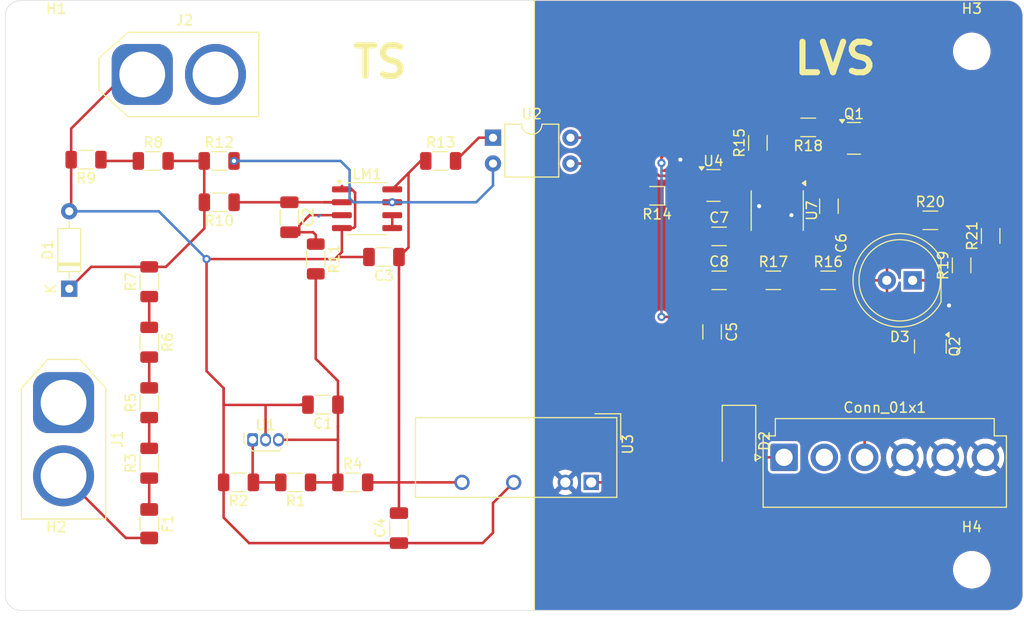
<source format=kicad_pcb>
(kicad_pcb (version 20240108) (generator "pcbnew") (generator_version "8.0")
  (layers (0 "F.Cu" signal) (31 "B.Cu" signal) (34 "B.Paste" user) (35 "F.Paste" user) (36 "B.SilkS" user "B.Silkscreen") (37 "F.SilkS" user "F.Silkscreen") (38 "B.Mask" user) (39 "F.Mask" user) (44 "Edge.Cuts" user))
  (net 0 "")
  (net 1 "/RED+")
  (net 2 "GLV-")
  (net 4 "GLV+")
  (net 5 "GND")
  (net 6 "/Vin")
  (net 7 "VCC")
  (net 9 "Net-(J1-Pin_2)")
  (net 11 "+12V")
  (net 12 "Net-(U7-DIS)")
  (net 13 "Net-(U4-D)")
  (net 14 "Net-(U7-CV)")
  (net 15 "Net-(U7-THR)")
  (net 16 "/Vref")
  (net 17 "Net-(LM1-+)")
  (net 18 "Net-(LM1--)")
  (net 19 "Net-(F1-Pad1)")
  (net 20 "Net-(LM1-Pad7)")
  (net 21 "Net-(LM1-BAL)")
  (net 22 "Net-(U1-REF)")
  (net 23 "Net-(R3-Pad2)")
  (net 24 "Net-(R5-Pad2)")
  (net 25 "Net-(R6-Pad1)")
  (net 26 "Net-(R8-Pad1)")
  (net 27 "Net-(R13-Pad2)")
  (net 28 "Net-(U4-G)")
  (net 29 "Net-(D3-K)")
  (net 30 "Net-(Q1-C)")
  (net 31 "Net-(Q1-B)")
  (net 32 "Net-(U7-Q)")
  (footprint "Connector_AMASS:AMASS_XT60-M_1x02_P7.20mm_Vertical" (layer "F.Cu") (at 88.4564 57.277)
    (property "Reference" "J2" (at 4.152 -5.334 180) (layer "F.SilkS"))
    (property "Value" "Conn_01x02_Pin")
    (pad "1" thru_hole roundrect (at 0 0) (size 6 6) (drill 4.5) (layers "*.Cu" "*.Mask") (net 5 "GND"))
    (pad "2" thru_hole circle (at 7.2 0) (size 6 6) (drill 4.5) (layers "*.Cu" "*.Mask"))
  )
  (footprint "Resistor_SMD:R_1206_3216Metric" (layer "F.Cu") (at 96.012 65.786)
    (property "Reference" "R12" (at 0 -1.82 0) (layer "F.SilkS"))
    (property "Value" "1M")
    (pad "1" smd roundrect (at -1.4625 0) (size 1.125 1.75) (layers "F.Cu" "F.Paste" "F.Mask") (roundrect_rratio 0.222222) (net 6 "/Vin"))
    (pad "2" smd roundrect (at 1.4625 0) (size 1.125 1.75) (layers "F.Cu" "F.Paste" "F.Mask") (roundrect_rratio 0.222222) (net 20 "Net-(LM1-Pad7)"))
  )
  (footprint "MountingHole:MountingHole_3.2mm_M3" (layer "F.Cu") (at 170 106)
    (property "Reference" "H4" (at 0 -4.2 0) (layer "F.SilkS"))
    (property "Value" "MountingHole")
    (pad "" np_thru_hole circle (at 0 0) (size 3.2 3.2) (drill 3.2) (layers "*.Cu" "*.Mask"))
  )
  (footprint "Package_SO:SOIC-8_3.9x4.9mm_P1.27mm" (layer "F.Cu") (at 150.876 70.674 -90)
    (property "Reference" "U7" (at 0 -3.4 -90) (layer "F.SilkS"))
    (property "Value" "NE555")
    (pad "1" smd roundrect (at -2.475 -1.905 270) (size 1.95 0.6) (layers "F.Cu" "F.Paste" "F.Mask") (net 2 "GLV-"))
    (pad "2" smd roundrect (at -2.475 -0.635 270) (size 1.95 0.6) (layers "F.Cu" "F.Paste" "F.Mask") (net 15 "Net-(U7-THR)"))
    (pad "3" smd roundrect (at -2.475 0.635 270) (size 1.95 0.6) (layers "F.Cu" "F.Paste" "F.Mask") (net 32 "Net-(U7-Q)"))
    (pad "4" smd roundrect (at -2.475 1.905 270) (size 1.95 0.6) (layers "F.Cu" "F.Paste" "F.Mask") (net 13 "Net-(U4-D)"))
    (pad "5" smd roundrect (at 2.475 1.905 270) (size 1.95 0.6) (layers "F.Cu" "F.Paste" "F.Mask") (net 14 "Net-(U7-CV)"))
    (pad "6" smd roundrect (at 2.475 0.635 270) (size 1.95 0.6) (layers "F.Cu" "F.Paste" "F.Mask") (net 15 "Net-(U7-THR)"))
    (pad "7" smd roundrect (at 2.475 -0.635 270) (size 1.95 0.6) (layers "F.Cu" "F.Paste" "F.Mask") (net 12 "Net-(U7-DIS)"))
    (pad "8" smd roundrect (at 2.475 -1.905 270) (size 1.95 0.6) (layers "F.Cu" "F.Paste" "F.Mask") (net 7 "VCC"))
  )
  (footprint "MountingHole:MountingHole_3.2mm_M3" (layer "F.Cu") (at 170 55)
    (property "Reference" "H3" (at 0 -4.2 0) (layer "F.SilkS"))
    (property "Value" "MountingHole")
    (pad "" np_thru_hole circle (at 0 0) (size 3.2 3.2) (drill 3.2) (layers "*.Cu" "*.Mask"))
  )
  (footprint "Resistor_SMD:R_1206_3216Metric" (layer "F.Cu") (at 109.1509 97.409)
    (property "Reference" "R4" (at 0 -1.82 0) (layer "F.SilkS"))
    (property "Value" "2k2")
    (pad "1" smd roundrect (at -1.4625 0) (size 1.125 1.75) (layers "F.Cu" "F.Paste" "F.Mask") (roundrect_rratio 0.222222) (net 16 "/Vref"))
    (pad "2" smd roundrect (at 1.4625 0) (size 1.125 1.75) (layers "F.Cu" "F.Paste" "F.Mask") (roundrect_rratio 0.222222) (net 11 "+12V"))
  )
  (footprint "Resistor_SMD:R_1206_3216Metric" (layer "F.Cu") (at 82.931 65.659 180)
    (property "Reference" "R9" (at 0 -1.82 0) (layer "F.SilkS"))
    (property "Value" "1k")
    (pad "1" smd roundrect (at -1.4625 0 180) (size 1.125 1.75) (layers "F.Cu" "F.Paste" "F.Mask") (roundrect_rratio 0.222222) (net 26 "Net-(R8-Pad1)"))
    (pad "2" smd roundrect (at 1.4625 0 180) (size 1.125 1.75) (layers "F.Cu" "F.Paste" "F.Mask") (roundrect_rratio 0.222222) (net 5 "GND"))
  )
  (footprint "Resistor_SMD:R_1206_3216Metric" (layer "F.Cu") (at 89.1393 95.523686 90)
    (property "Reference" "R3" (at 0 -1.82 90) (layer "F.SilkS"))
    (property "Value" "249k")
    (pad "1" smd roundrect (at -1.4625 0 90) (size 1.125 1.75) (layers "F.Cu" "F.Paste" "F.Mask") (roundrect_rratio 0.222222) (net 19 "Net-(F1-Pad1)"))
    (pad "2" smd roundrect (at 1.4625 0 90) (size 1.125 1.75) (layers "F.Cu" "F.Paste" "F.Mask") (roundrect_rratio 0.222222) (net 23 "Net-(R3-Pad2)"))
  )
  (footprint "Capacitor_SMD:C_1206_3216Metric" (layer "F.Cu") (at 113.6904 101.9066 90)
    (property "Reference" "C4" (at 0 -1.85 90) (layer "F.SilkS"))
    (property "Value" "1uF")
    (pad "1" smd roundrect (at -1.475 0 90) (size 1.15 1.8) (layers "F.Cu" "F.Paste" "F.Mask") (roundrect_rratio 0.217391) (net 5 "GND"))
    (pad "2" smd roundrect (at 1.475 0 90) (size 1.15 1.8) (layers "F.Cu" "F.Paste" "F.Mask") (roundrect_rratio 0.217391) (net 11 "+12V"))
  )
  (footprint "Package_DIP:DIP-4_W7.62mm" (layer "F.Cu") (at 122.936 63.5)
    (property "Reference" "U2" (at 3.81 -2.33 0) (layer "F.SilkS"))
    (property "Value" "LTV-817")
    (pad "1" thru_hole rect (at 0 0) (size 1.6 1.6) (drill 0.8) (layers "*.Cu" "*.Mask") (net 27 "Net-(R13-Pad2)"))
    (pad "2" thru_hole oval (at 0 2.54) (size 1.6 1.6) (drill 0.8) (layers "*.Cu" "*.Mask") (net 20 "Net-(LM1-Pad7)"))
    (pad "3" thru_hole oval (at 7.62 2.54) (size 1.6 1.6) (drill 0.8) (layers "*.Cu" "*.Mask") (net 28 "Net-(U4-G)"))
    (pad "4" thru_hole oval (at 7.62 0) (size 1.6 1.6) (drill 0.8) (layers "*.Cu" "*.Mask") (net 7 "VCC"))
  )
  (footprint "Connector_AMASS:AMASS_XT60-M_1x02_P7.20mm_Vertical" (layer "F.Cu") (at 80.7212 89.5604 -90)
    (property "Reference" "J1" (at 3.6 -5.3 90) (layer "F.SilkS"))
    (property "Value" "Conn_01x02_Pin")
    (pad "1" thru_hole roundrect (at 0 0 270) (size 6 6) (drill 4.5) (layers "*.Cu" "*.Mask"))
    (pad "2" thru_hole circle (at 7.2 0 270) (size 6 6) (drill 4.5) (layers "*.Cu" "*.Mask") (net 9 "Net-(J1-Pin_2)"))
  )
  (footprint "Resistor_SMD:R_1206_3216Metric" (layer "F.Cu") (at 89.1393 83.619062 -90)
    (property "Reference" "R6" (at 0 -1.82 90) (layer "F.SilkS"))
    (property "Value" "249k")
    (pad "1" smd roundrect (at -1.4625 0 270) (size 1.125 1.75) (layers "F.Cu" "F.Paste" "F.Mask") (roundrect_rratio 0.222222) (net 25 "Net-(R6-Pad1)"))
    (pad "2" smd roundrect (at 1.4625 0 270) (size 1.125 1.75) (layers "F.Cu" "F.Paste" "F.Mask") (roundrect_rratio 0.222222) (net 24 "Net-(R5-Pad2)"))
  )
  (footprint "Diode_THT:D_DO-35_SOD27_P7.62mm_Horizontal" (layer "F.Cu") (at 81.28 78.359 90)
    (property "Reference" "D1" (at 3.81 -2.12 90) (layer "F.SilkS"))
    (property "Value" "12V")
    (fp_text user "K" (at 0 -1.8 90) (layer "F.SilkS"))
    (pad "1" thru_hole rect (at 0 0 90) (size 1.6 1.6) (drill 0.8) (layers "*.Cu" "*.Mask") (net 6 "/Vin"))
    (pad "2" thru_hole oval (at 7.62 0 90) (size 1.6 1.6) (drill 0.8) (layers "*.Cu" "*.Mask") (net 5 "GND"))
  )
  (footprint "LED_THT:LED_D8.0mm" (layer "F.Cu") (at 164.1856 77.532 180)
    (property "Reference" "D3" (at 1.27 -5.56 180) (layer "F.SilkS"))
    (property "Value" "LED")
    (pad "1" thru_hole rect (at 0 0 180) (size 1.8 1.8) (drill 0.9) (layers "*.Cu" "*.Mask") (net 29 "Net-(D3-K)"))
    (pad "2" thru_hole circle (at 2.54 0 180) (size 1.8 1.8) (drill 0.9) (layers "*.Cu" "*.Mask") (net 7 "VCC"))
  )
  (footprint "Resistor_SMD:R_1206_3216Metric" (layer "F.Cu") (at 148.971 64.008 90)
    (property "Reference" "R15" (at 0 -1.82 90) (layer "F.SilkS"))
    (property "Value" "22k")
    (pad "1" smd roundrect (at -1.4625 0 90) (size 1.125 1.75) (layers "F.Cu" "F.Paste" "F.Mask") (roundrect_rratio 0.222222) (net 13 "Net-(U4-D)"))
    (pad "2" smd roundrect (at 1.4625 0 90) (size 1.125 1.75) (layers "F.Cu" "F.Paste" "F.Mask") (roundrect_rratio 0.222222) (net 7 "VCC"))
  )
  (footprint "Resistor_SMD:R_1206_3216Metric" (layer "F.Cu") (at 89.1393 77.66675 90)
    (property "Reference" "R7" (at 0 -1.82 90) (layer "F.SilkS"))
    (property "Value" "249k")
    (pad "1" smd roundrect (at -1.4625 0 90) (size 1.125 1.75) (layers "F.Cu" "F.Paste" "F.Mask") (roundrect_rratio 0.222222) (net 25 "Net-(R6-Pad1)"))
    (pad "2" smd roundrect (at 1.4625 0 90) (size 1.125 1.75) (layers "F.Cu" "F.Paste" "F.Mask") (roundrect_rratio 0.222222) (net 6 "/Vin"))
  )
  (footprint "Resistor_SMD:R_1206_3216Metric" (layer "F.Cu") (at 139.065 69.215 180)
    (property "Reference" "R14" (at 0 -1.82 0) (layer "F.SilkS"))
    (property "Value" "10k")
    (pad "1" smd roundrect (at -1.4625 0 180) (size 1.125 1.75) (layers "F.Cu" "F.Paste" "F.Mask") (roundrect_rratio 0.222222) (net 28 "Net-(U4-G)"))
    (pad "2" smd roundrect (at 1.4625 0 180) (size 1.125 1.75) (layers "F.Cu" "F.Paste" "F.Mask") (roundrect_rratio 0.222222) (net 2 "GLV-"))
  )
  (footprint "Capacitor_SMD:C_1206_3216Metric" (layer "F.Cu") (at 145.161 77.532)
    (property "Reference" "C8" (at 0 -1.85 0) (layer "F.SilkS"))
    (property "Value" "1u")
    (pad "1" smd roundrect (at -1.475 0) (size 1.15 1.8) (layers "F.Cu" "F.Paste" "F.Mask") (roundrect_rratio 0.217391) (net 2 "GLV-"))
    (pad "2" smd roundrect (at 1.475 0) (size 1.15 1.8) (layers "F.Cu" "F.Paste" "F.Mask") (roundrect_rratio 0.217391) (net 15 "Net-(U7-THR)"))
  )
  (footprint "Package_TO_SOT_SMD:SOT-23" (layer "F.Cu") (at 144.6045 68.199)
    (property "Reference" "U4" (at 0 -2.4 0) (layer "F.SilkS"))
    (property "Value" "2N7002")
    (pad "1" smd roundrect (at -0.9375 -0.95) (size 1.475 0.6) (layers "F.Cu" "F.Paste" "F.Mask") (net 28 "Net-(U4-G)"))
    (pad "2" smd roundrect (at -0.9375 0.95) (size 1.475 0.6) (layers "F.Cu" "F.Paste" "F.Mask") (net 2 "GLV-"))
    (pad "3" smd roundrect (at 0.9375 0) (size 1.475 0.6) (layers "F.Cu" "F.Paste" "F.Mask") (net 13 "Net-(U4-D)"))
  )
  (footprint "Capacitor_SMD:C_1206_3216Metric" (layer "F.Cu") (at 106.221 89.7636 180)
    (property "Reference" "C1" (at 0 -1.85 0) (layer "F.SilkS"))
    (property "Value" "0.1uF")
    (pad "1" smd roundrect (at -1.475 0 180) (size 1.15 1.8) (layers "F.Cu" "F.Paste" "F.Mask") (roundrect_rratio 0.217391) (net 16 "/Vref"))
    (pad "2" smd roundrect (at 1.475 0 180) (size 1.15 1.8) (layers "F.Cu" "F.Paste" "F.Mask") (roundrect_rratio 0.217391) (net 5 "GND"))
  )
  (footprint "Resistor_SMD:R_1206_3216Metric" (layer "F.Cu") (at 89.1393 89.571374 90)
    (property "Reference" "R5" (at 0 -1.82 90) (layer "F.SilkS"))
    (property "Value" "249k")
    (pad "1" smd roundrect (at -1.4625 0 90) (size 1.125 1.75) (layers "F.Cu" "F.Paste" "F.Mask") (roundrect_rratio 0.222222) (net 23 "Net-(R3-Pad2)"))
    (pad "2" smd roundrect (at 1.4625 0 90) (size 1.125 1.75) (layers "F.Cu" "F.Paste" "F.Mask") (roundrect_rratio 0.222222) (net 24 "Net-(R5-Pad2)"))
  )
  (footprint "Resistor_SMD:R_1206_3216Metric" (layer "F.Cu") (at 96.0227 69.85 180)
    (property "Reference" "R10" (at 0 -1.82 0) (layer "F.SilkS"))
    (property "Value" "100")
    (pad "1" smd roundrect (at -1.4625 0 180) (size 1.125 1.75) (layers "F.Cu" "F.Paste" "F.Mask") (roundrect_rratio 0.222222) (net 17 "Net-(LM1-+)"))
    (pad "2" smd roundrect (at 1.4625 0 180) (size 1.125 1.75) (layers "F.Cu" "F.Paste" "F.Mask") (roundrect_rratio 0.222222) (net 6 "/Vin"))
  )
  (footprint "Capacitor_SMD:C_1206_3216Metric" (layer "F.Cu") (at 155.956 70.244 -90)
    (property "Reference" "C6" (at 3.6175 -1.215 90) (layer "F.SilkS"))
    (property "Value" "100n")
    (pad "1" smd roundrect (at -1.475 0 270) (size 1.15 1.8) (layers "F.Cu" "F.Paste" "F.Mask") (roundrect_rratio 0.217391) (net 2 "GLV-"))
    (pad "2" smd roundrect (at 1.475 0 270) (size 1.15 1.8) (layers "F.Cu" "F.Paste" "F.Mask") (roundrect_rratio 0.217391) (net 7 "VCC"))
  )
  (footprint "Resistor_SMD:R_1206_3216Metric" (layer "F.Cu") (at 155.8905 77.532)
    (property "Reference" "R16" (at 0 -1.82 0) (layer "F.SilkS"))
    (property "Value" "22k")
    (pad "1" smd roundrect (at -1.4625 0) (size 1.125 1.75) (layers "F.Cu" "F.Paste" "F.Mask") (roundrect_rratio 0.222222) (net 12 "Net-(U7-DIS)"))
    (pad "2" smd roundrect (at 1.4625 0) (size 1.125 1.75) (layers "F.Cu" "F.Paste" "F.Mask") (roundrect_rratio 0.222222) (net 7 "VCC"))
  )
  (footprint "Resistor_SMD:R_1206_3216Metric" (layer "F.Cu") (at 117.7905 65.786)
    (property "Reference" "R13" (at 0 -1.82 0) (layer "F.SilkS"))
    (property "Value" "2k2")
    (pad "1" smd roundrect (at -1.4625 0) (size 1.125 1.75) (layers "F.Cu" "F.Paste" "F.Mask") (roundrect_rratio 0.222222) (net 11 "+12V"))
    (pad "2" smd roundrect (at 1.4625 0) (size 1.125 1.75) (layers "F.Cu" "F.Paste" "F.Mask") (roundrect_rratio 0.222222) (net 27 "Net-(R13-Pad2)"))
  )
  (footprint "Package_TO_SOT_THT:TO-92Flat" (layer "F.Cu") (at 99.3104 93.218)
    (property "Reference" "U1" (at 1.27 -1.45 0) (layer "F.SilkS"))
    (property "Value" "TL431")
    (pad "1" thru_hole roundrect (at 0 0) (size 1.05 1.3) (drill 0.75) (layers "*.Cu" "*.Mask") (roundrect_rratio 0.238) (net 22 "Net-(U1-REF)"))
    (pad "2" thru_hole oval (at 1.27 0) (size 1.05 1.3) (drill 0.75) (layers "*.Cu" "*.Mask") (net 5 "GND"))
    (pad "3" thru_hole oval (at 2.54 0) (size 1.05 1.3) (drill 0.75) (layers "*.Cu" "*.Mask") (net 16 "/Vref"))
  )
  (footprint "Resistor_SMD:R_1206_3216Metric" (layer "F.Cu") (at 89.535 65.786)
    (property "Reference" "R8" (at 0 -1.82 0) (layer "F.SilkS"))
    (property "Value" "25k")
    (pad "1" smd roundrect (at -1.4625 0) (size 1.125 1.75) (layers "F.Cu" "F.Paste" "F.Mask") (roundrect_rratio 0.222222) (net 26 "Net-(R8-Pad1)"))
    (pad "2" smd roundrect (at 1.4625 0) (size 1.125 1.75) (layers "F.Cu" "F.Paste" "F.Mask") (roundrect_rratio 0.222222) (net 6 "/Vin"))
  )
  (footprint "Resistor_SMD:R_1206_3216Metric" (layer "F.Cu") (at 165.9275 71.628)
    (property "Reference" "R20" (at 0 -1.82 0) (layer "F.SilkS"))
    (property "Value" "1k")
    (pad "1" smd roundrect (at -1.4625 0) (size 1.125 1.75) (layers "F.Cu" "F.Paste" "F.Mask") (roundrect_rratio 0.222222) (net 7 "VCC"))
    (pad "2" smd roundrect (at 1.4625 0) (size 1.125 1.75) (layers "F.Cu" "F.Paste" "F.Mask") (roundrect_rratio 0.222222) (net 30 "Net-(Q1-C)"))
  )
  (footprint "Converter_DCDC:Converter_DCDC_TRACO_TBA2-xxxx_Single_THT" (layer "F.Cu") (at 132.588 97.409 -90)
    (property "Reference" "U3" (at -3.75 -3.6 90) (layer "F.SilkS"))
    (property "Value" "B1212")
    (pad "1" thru_hole rect (at 0 0 270) (size 1.5 1.5) (drill 1) (layers "*.Cu" "*.Mask") (net 7 "VCC"))
    (pad "2" thru_hole circle (at 0 2.54 270) (size 1.5 1.5) (drill 1) (layers "*.Cu" "*.Mask") (net 2 "GLV-"))
    (pad "4" thru_hole circle (at 0 7.62 270) (size 1.5 1.5) (drill 1) (layers "*.Cu" "*.Mask") (net 5 "GND"))
    (pad "6" thru_hole circle (at 0 12.7 270) (size 1.5 1.5) (drill 1) (layers "*.Cu" "*.Mask") (net 11 "+12V"))
  )
  (footprint "Resistor_SMD:R_1206_3216Metric" (layer "F.Cu") (at 171.8564 73.1627 90)
    (property "Reference" "R21" (at 0 -1.82 90) (layer "F.SilkS"))
    (property "Value" "100k")
    (pad "1" smd roundrect (at -1.4625 0 90) (size 1.125 1.75) (layers "F.Cu" "F.Paste" "F.Mask") (roundrect_rratio 0.222222) (net 30 "Net-(Q1-C)"))
    (pad "2" smd roundrect (at 1.4625 0 90) (size 1.125 1.75) (layers "F.Cu" "F.Paste" "F.Mask") (roundrect_rratio 0.222222) (net 2 "GLV-"))
  )
  (footprint "Resistor_SMD:R_1206_3216Metric" (layer "F.Cu") (at 103.53415 97.409 180)
    (property "Reference" "R1" (at 0 -1.82 0) (layer "F.SilkS"))
    (property "Value" "2k")
    (pad "1" smd roundrect (at -1.4625 0 180) (size 1.125 1.75) (layers "F.Cu" "F.Paste" "F.Mask") (roundrect_rratio 0.222222) (net 16 "/Vref"))
    (pad "2" smd roundrect (at 1.4625 0 180) (size 1.125 1.75) (layers "F.Cu" "F.Paste" "F.Mask") (roundrect_rratio 0.222222) (net 22 "Net-(U1-REF)"))
  )
  (footprint "Resistor_SMD:R_1206_3216Metric" (layer "F.Cu") (at 97.9174 97.409 180)
    (property "Reference" "R2" (at 0 -1.82 0) (layer "F.SilkS"))
    (property "Value" "10k")
    (pad "1" smd roundrect (at -1.4625 0 180) (size 1.125 1.75) (layers "F.Cu" "F.Paste" "F.Mask") (roundrect_rratio 0.222222) (net 22 "Net-(U1-REF)"))
    (pad "2" smd roundrect (at 1.4625 0 180) (size 1.125 1.75) (layers "F.Cu" "F.Paste" "F.Mask") (roundrect_rratio 0.222222) (net 5 "GND"))
  )
  (footprint "Capacitor_SMD:C_1206_3216Metric" (layer "F.Cu") (at 112.2172 75.2348 180)
    (property "Reference" "C3" (at 0 -1.85 0) (layer "F.SilkS"))
    (property "Value" "100n")
    (pad "1" smd roundrect (at -1.475 0 180) (size 1.15 1.8) (layers "F.Cu" "F.Paste" "F.Mask") (roundrect_rratio 0.217391) (net 11 "+12V"))
    (pad "2" smd roundrect (at 1.475 0 180) (size 1.15 1.8) (layers "F.Cu" "F.Paste" "F.Mask") (roundrect_rratio 0.217391) (net 5 "GND"))
  )
  (footprint "Resistor_SMD:R_1206_3216Metric" (layer "F.Cu") (at 153.924 62.484 180)
    (property "Reference" "R18" (at 0 -1.82 0) (layer "F.SilkS"))
    (property "Value" "1k")
    (pad "1" smd roundrect (at -1.4625 0 180) (size 1.125 1.75) (layers "F.Cu" "F.Paste" "F.Mask") (roundrect_rratio 0.222222) (net 31 "Net-(Q1-B)"))
    (pad "2" smd roundrect (at 1.4625 0 180) (size 1.125 1.75) (layers "F.Cu" "F.Paste" "F.Mask") (roundrect_rratio 0.222222) (net 32 "Net-(U7-Q)"))
  )
  (footprint "Capacitor_SMD:C_1206_3216Metric" (layer "F.Cu") (at 144.4752 82.6026 90)
    (property "Reference" "C5" (at 0 1.9304 90) (layer "F.SilkS"))
    (property "Value" "2.2uF")
    (pad "1" smd roundrect (at -1.475 0 90) (size 1.15 1.8) (layers "F.Cu" "F.Paste" "F.Mask") (roundrect_rratio 0.217391) (net 2 "GLV-"))
    (pad "2" smd roundrect (at 1.475 0 90) (size 1.15 1.8) (layers "F.Cu" "F.Paste" "F.Mask") (roundrect_rratio 0.217391) (net 7 "VCC"))
  )
  (footprint "Diode_SMD:D_SMA" (layer "F.Cu") (at 147.1168 93.3384 -90)
    (property "Reference" "D2" (at 0 -2.5 90) (layer "F.SilkS"))
    (property "Value" "D")
    (pad "1" smd roundrect (at -2 0 270) (size 2.5 1.8) (layers "F.Cu" "F.Paste" "F.Mask") (roundrect_rratio 0.1388888889) (net 7 "VCC"))
    (pad "2" smd roundrect (at 2 0 270) (size 2.5 1.8) (layers "F.Cu" "F.Paste" "F.Mask") (roundrect_rratio 0.1388888889) (net 4 "GLV+"))
  )
  (footprint "Package_TO_SOT_SMD:SOT-23" (layer "F.Cu") (at 158.4175 63.561)
    (property "Reference" "Q1" (at 0 -2.4 0) (layer "F.SilkS"))
    (property "Value" "MMBT3904")
    (pad "1" smd roundrect (at -0.9375 -0.95) (size 1.475 0.6) (layers "F.Cu" "F.Paste" "F.Mask") (net 31 "Net-(Q1-B)"))
    (pad "2" smd roundrect (at -0.9375 0.95) (size 1.475 0.6) (layers "F.Cu" "F.Paste" "F.Mask") (net 2 "GLV-"))
    (pad "3" smd roundrect (at 0.9375 0) (size 1.475 0.6) (layers "F.Cu" "F.Paste" "F.Mask") (net 30 "Net-(Q1-C)"))
  )
  (footprint "MountingHole:MountingHole_3.2mm_M3" (layer "F.Cu") (at 80 106)
    (property "Reference" "H2" (at 0 -4.2 0) (layer "F.SilkS"))
    (property "Value" "MountingHole")
    (pad "" np_thru_hole circle (at 0 0) (size 3.2 3.2) (drill 3.2) (layers "*.Cu" "*.Mask"))
  )
  (footprint "Resistor_SMD:R_1206_3216Metric" (layer "F.Cu") (at 169 76.0583 90)
    (property "Reference" "R19" (at 0 -1.82 90) (layer "F.SilkS"))
    (property "Value" "1k")
    (pad "1" smd roundrect (at -1.4625 0 90) (size 1.125 1.75) (layers "F.Cu" "F.Paste" "F.Mask") (roundrect_rratio 0.222222) (net 29 "Net-(D3-K)"))
    (pad "2" smd roundrect (at 1.4625 0 90) (size 1.125 1.75) (layers "F.Cu" "F.Paste" "F.Mask") (roundrect_rratio 0.222222) (net 30 "Net-(Q1-C)"))
  )
  (footprint "Package_TO_SOT_SMD:SOT-23" (layer "F.Cu") (at 165.928 84.0463 -90)
    (property "Reference" "Q2" (at 0 -2.4 90) (layer "F.SilkS"))
    (property "Value" "AO3401A")
    (pad "1" smd roundrect (at -0.9375 -0.95 270) (size 1.475 0.6) (layers "F.Cu" "F.Paste" "F.Mask") (net 30 "Net-(Q1-C)"))
    (pad "2" smd roundrect (at -0.9375 0.95 270) (size 1.475 0.6) (layers "F.Cu" "F.Paste" "F.Mask") (net 7 "VCC"))
    (pad "3" smd roundrect (at 0.9375 0 270) (size 1.475 0.6) (layers "F.Cu" "F.Paste" "F.Mask") (net 1 "/RED+"))
  )
  (footprint "Resistor_SMD:R_1206_3216Metric" (layer "F.Cu") (at 105.5116 75.4273 -90)
    (property "Reference" "R11" (at 0 -1.82 90) (layer "F.SilkS"))
    (property "Value" "100")
    (pad "1" smd roundrect (at -1.4625 0 270) (size 1.125 1.75) (layers "F.Cu" "F.Paste" "F.Mask") (roundrect_rratio 0.222222) (net 18 "Net-(LM1--)"))
    (pad "2" smd roundrect (at 1.4625 0 270) (size 1.125 1.75) (layers "F.Cu" "F.Paste" "F.Mask") (roundrect_rratio 0.222222) (net 16 "/Vref"))
  )
  (footprint "Connector_JST:JST_VH_B6P-VH_1x06_P3.96mm_Vertical" (layer "F.Cu") (at 151.546 94.9452)
    (property "Reference" "Conn_01x1" (at 9.9 -4.9 0) (layer "F.SilkS"))
    (property "Value" "Conn_01x06")
    (pad "1" thru_hole roundrect (at 0 0) (size 2.7 2.7) (drill 1.7) (layers "*.Cu" "*.Mask") (roundrect_rratio 0.092593) (net 4 "GLV+"))
    (pad "2" thru_hole circle (at 3.96 0) (size 2.7 2.7) (drill 1.7) (layers "*.Cu" "*.Mask"))
    (pad "3" thru_hole circle (at 7.92 0) (size 2.7 2.7) (drill 1.7) (layers "*.Cu" "*.Mask") (net 1 "/RED+"))
    (pad "4" thru_hole circle (at 11.88 0) (size 2.7 2.7) (drill 1.7) (layers "*.Cu" "*.Mask") (net 2 "GLV-"))
    (pad "5" thru_hole circle (at 15.84 0) (size 2.7 2.7) (drill 1.7) (layers "*.Cu" "*.Mask") (net 2 "GLV-"))
    (pad "6" thru_hole circle (at 19.8 0) (size 2.7 2.7) (drill 1.7) (layers "*.Cu" "*.Mask") (net 2 "GLV-"))
  )
  (footprint "MountingHole:MountingHole_3.2mm_M3" (layer "F.Cu") (at 80 55)
    (property "Reference" "H1" (at 0 -4.2 0) (layer "F.SilkS"))
    (property "Value" "MountingHole")
    (pad "" np_thru_hole circle (at 0 0) (size 3.2 3.2) (drill 3.2) (layers "*.Cu" "*.Mask"))
  )
  (footprint "Package_SO:SOIC-8_3.9x4.9mm_P1.27mm" (layer "F.Cu") (at 110.555 70.485)
    (property "Reference" "LM1" (at 0 -3.4 0) (layer "F.SilkS"))
    (property "Value" "LM311")
    (pad "1" smd roundrect (at -2.475 -1.905) (size 1.95 0.6) (layers "F.Cu" "F.Paste" "F.Mask") (net 5 "GND"))
    (pad "2" smd roundrect (at -2.475 -0.635) (size 1.95 0.6) (layers "F.Cu" "F.Paste" "F.Mask") (net 17 "Net-(LM1-+)"))
    (pad "3" smd roundrect (at -2.475 0.635) (size 1.95 0.6) (layers "F.Cu" "F.Paste" "F.Mask") (net 18 "Net-(LM1--)"))
    (pad "4" smd roundrect (at -2.475 1.905) (size 1.95 0.6) (layers "F.Cu" "F.Paste" "F.Mask") (net 5 "GND"))
    (pad "5" smd roundrect (at 2.475 1.905) (size 1.95 0.6) (layers "F.Cu" "F.Paste" "F.Mask") (net 21 "Net-(LM1-BAL)"))
    (pad "6" smd roundrect (at 2.475 0.635) (size 1.95 0.6) (layers "F.Cu" "F.Paste" "F.Mask") (net 21 "Net-(LM1-BAL)"))
    (pad "7" smd roundrect (at 2.475 -0.635) (size 1.95 0.6) (layers "F.Cu" "F.Paste" "F.Mask") (net 20 "Net-(LM1-Pad7)"))
    (pad "8" smd roundrect (at 2.475 -1.905) (size 1.95 0.6) (layers "F.Cu" "F.Paste" "F.Mask") (net 11 "+12V"))
  )
  (footprint "Resistor_SMD:R_1206_3216Metric" (layer "F.Cu") (at 150.495 77.532)
    (property "Reference" "R17" (at 0 -1.82 0) (layer "F.SilkS"))
    (property "Value" "220k")
    (pad "1" smd roundrect (at -1.4625 0) (size 1.125 1.75) (layers "F.Cu" "F.Paste" "F.Mask") (roundrect_rratio 0.222222) (net 15 "Net-(U7-THR)"))
    (pad "2" smd roundrect (at 1.4625 0) (size 1.125 1.75) (layers "F.Cu" "F.Paste" "F.Mask") (roundrect_rratio 0.222222) (net 12 "Net-(U7-DIS)"))
  )
  (footprint "Fuse:Fuse_1206_3216Metric" (layer "F.Cu") (at 89.1393 101.476 -90)
    (property "Reference" "F1" (at 0 -1.82 90) (layer "F.SilkS"))
    (property "Value" "Fuse")
    (pad "1" smd roundrect (at -1.4 0 270) (size 1.25 1.75) (layers "F.Cu" "F.Paste" "F.Mask") (roundrect_rratio 0.2) (net 19 "Net-(F1-Pad1)"))
    (pad "2" smd roundrect (at 1.4 0 270) (size 1.25 1.75) (layers "F.Cu" "F.Paste" "F.Mask") (roundrect_rratio 0.2) (net 9 "Net-(J1-Pin_2)"))
  )
  (footprint "Capacitor_SMD:C_1206_3216Metric" (layer "F.Cu") (at 145.161 73.214)
    (property "Reference" "C7" (at 0 -1.85 0) (layer "F.SilkS"))
    (property "Value" "100n")
    (pad "1" smd roundrect (at -1.475 0) (size 1.15 1.8) (layers "F.Cu" "F.Paste" "F.Mask") (roundrect_rratio 0.217391) (net 2 "GLV-"))
    (pad "2" smd roundrect (at 1.475 0) (size 1.15 1.8) (layers "F.Cu" "F.Paste" "F.Mask") (roundrect_rratio 0.217391) (net 14 "Net-(U7-CV)"))
  )
  (footprint "Capacitor_SMD:C_1206_3216Metric" (layer "F.Cu") (at 102.9208 71.325 -90)
    (property "Reference" "C2" (at 0 -1.85 90) (layer "F.SilkS"))
    (property "Value" "10n")
    (pad "1" smd roundrect (at -1.475 0 270) (size 1.15 1.8) (layers "F.Cu" "F.Paste" "F.Mask") (roundrect_rratio 0.217391) (net 17 "Net-(LM1-+)"))
    (pad "2" smd roundrect (at 1.475 0 270) (size 1.15 1.8) (layers "F.Cu" "F.Paste" "F.Mask") (roundrect_rratio 0.217391) (net 18 "Net-(LM1--)"))
  )
  (gr_line (start 127 109.982) (end 127 50.038) (stroke (width 0.12)) (layer "F.SilkS"))
  (gr_arc (start 175 108.5) (mid 174.56066 109.56066) (end 173.5 110) (stroke (width 0.05)) (layer "Edge.Cuts"))
  (gr_line (start 75 108.5) (end 75 51.5) (stroke (width 0.05)) (layer "Edge.Cuts"))
  (gr_line (start 173.5 110) (end 76.5 110) (stroke (width 0.05)) (layer "Edge.Cuts"))
  (gr_arc (start 173.5 50) (mid 174.56066 50.43934) (end 175 51.5) (stroke (width 0.05)) (layer "Edge.Cuts"))
  (gr_arc (start 76.5 110) (mid 75.43934 109.56066) (end 75 108.5) (stroke (width 0.05)) (layer "Edge.Cuts"))
  (gr_line (start 76.5 50) (end 173.5 50) (stroke (width 0.05)) (layer "Edge.Cuts"))
  (gr_line (start 175 51.5) (end 175 108.5) (stroke (width 0.05)) (layer "Edge.Cuts"))
  (gr_arc (start 75 51.5) (mid 75.43934 50.43934) (end 76.5 50) (stroke (width 0.05)) (layer "Edge.Cuts"))
  (gr_text "TS" (at 108.8644 57.8104 0) (layer "F.SilkS") (effects (font (size 3 3) (thickness 0.6) (bold yes)) (justify left bottom)))
  (gr_text "LVS" (at 152.2476 57.4548 0) (layer "F.SilkS") (effects (font (size 3 3) (thickness 0.6) (bold yes)) (justify left bottom)))
  (segment (start 165.928 84.9838) (end 162.9202 84.9838) (width 0.25) (layer "F.Cu") (net 1))
  (segment (start 159.466 88.438) (end 159.466 94.9452) (width 0.25) (layer "F.Cu") (net 1))
  (segment (start 162.9202 84.9838) (end 159.466 88.438) (width 0.25) (layer "F.Cu") (net 1))
  (via (at 149.098 70.231) (size 0.8) (drill 0.4) (layers "F.Cu" "B.Cu") (net 2))
  (via (at 152.273 71.12) (size 0.8) (drill 0.4) (layers "F.Cu" "B.Cu") (net 2))
  (via (at 141.351 65.659) (size 0.8) (drill 0.4) (layers "F.Cu" "B.Cu") (net 2))
  (via (at 167.767 80.01) (size 0.8) (drill 0.4) (layers "F.Cu" "B.Cu") (net 2))
  (segment (start 149.0472 94.9452) (end 148.654 95.3384) (width 0.25) (layer "F.Cu") (net 4))
  (segment (start 148.654 95.3384) (end 147.1168 95.3384) (width 0.25) (layer "F.Cu") (net 4))
  (segment (start 151.546 94.9452) (end 149.0472 94.9452) (width 0.25) (layer "F.Cu") (net 4))
  (segment (start 107.8992 75.2348) (end 107.7468 75.0824) (width 0.25) (layer "F.Cu") (net 5))
  (segment (start 103.8352 89.789) (end 103.9876 89.789) (width 0.25) (layer "F.Cu") (net 5))
  (segment (start 94.7785 86.4616) (end 96.4549 88.138) (width 0.25) (layer "F.Cu") (net 5))
  (segment (start 86.7918 57.277) (end 81.4685 62.6003) (width 0.25) (layer "F.Cu") (net 5))
  (segment (start 88.4564 57.277) (end 86.7918 57.277) (width 0.25) (layer "F.Cu") (net 5))
  (segment (start 104.5954 89.789) (end 103.8352 89.789) (width 0.25) (layer "F.Cu") (net 5))
  (segment (start 113.6904 103.3816) (end 98.962 103.3816) (width 0.25) (layer "F.Cu") (net 5))
  (segment (start 122.936 102.362) (end 122.936 99.441) (width 0.25) (layer "F.Cu") (net 5))
  (segment (start 113.6904 103.3816) (end 121.9164 103.3816) (width 0.25) (layer "F.Cu") (net 5))
  (segment (start 81.4685 70.5505) (end 81.28 70.739) (width 0.25) (layer "F.Cu") (net 5))
  (segment (start 96.4549 100.8745) (end 98.962 103.3816) (width 0.25) (layer "F.Cu") (net 5))
  (segment (start 109.22 72.39) (end 108.08 72.39) (width 0.25) (layer "F.Cu") (net 5))
  (segment (start 109.38 72.23) (end 109.22 72.39) (width 0.25) (layer "F.Cu") (net 5))
  (segment (start 107.7468 75.0824) (end 107.3912 75.438) (width 0.25) (layer "F.Cu") (net 5))
  (segment (start 94.7785 75.438) (end 94.7785 86.4616) (width 0.25) (layer "F.Cu") (net 5))
  (segment (start 103.9876 89.789) (end 104.013 89.7636) (width 0.25) (layer "F.Cu") (net 5))
  (segment (start 96.4549 88.138) (end 96.4549 97.409) (width 0.25) (layer "F.Cu") (net 5))
  (segment (start 100.5804 93.218) (end 100.5804 89.818) (width 0.25) (layer "F.Cu") (net 5))
  (segment (start 108.08 68.58) (end 109.054999 68.58) (width 0.25) (layer "F.Cu") (net 5))
  (segment (start 121.9164 103.3816) (end 122.936 102.362) (width 0.25) (layer "F.Cu") (net 5))
  (segment (start 100.5514 89.789) (end 96.4549 89.789) (width 0.25) (layer "F.Cu") (net 5))
  (segment (start 100.5804 89.818) (end 100.5514 89.789) (width 0.25) (layer "F.Cu") (net 5))
  (segment (start 104.013 89.7636) (end 104.746 89.7636) (width 0.25) (layer "F.Cu") (net 5))
  (segment (start 122.936 99.441) (end 124.968 97.409) (width 0.25) (layer "F.Cu") (net 5))
  (segment (start 109.38 68.905001) (end 109.38 72.23) (width 0.25) (layer "F.Cu") (net 5))
  (segment (start 103.8352 89.789) (end 100.6094 89.789) (width 0.25) (layer "F.Cu") (net 5))
  (segment (start 108.08 72.39) (end 108.08 74.7492) (width 0.25) (layer "F.Cu") (net 5))
  (segment (start 108.08 74.7492) (end 107.7468 75.0824) (width 0.25) (layer "F.Cu") (net 5))
  (segment (start 81.4685 62.6003) (end 81.4685 65.659) (width 0.25) (layer "F.Cu") (net 5))
  (segment (start 109.054999 68.58) (end 109.38 68.905001) (width 0.25) (layer "F.Cu") (net 5))
  (segment (start 110.7422 75.2348) (end 107.8992 75.2348) (width 0.25) (layer "F.Cu") (net 5))
  (segment (start 96.4549 89.789) (end 96.4549 88.138) (width 0.25) (layer "F.Cu") (net 5))
  (segment (start 108.08 68.245) (end 108.08 68.58) (width 0.25) (layer "F.Cu") (net 5))
  (segment (start 107.3912 75.438) (end 94.7785 75.438) (width 0.25) (layer "F.Cu") (net 5))
  (segment (start 81.4685 65.659) (end 81.4685 70.5505) (width 0.25) (layer "F.Cu") (net 5))
  (segment (start 96.4549 100.8745) (end 96.4549 97.409) (width 0.25) (layer "F.Cu") (net 5))
  (via (at 94.7785 75.438) (size 0.8) (drill 0.4) (layers "F.Cu" "B.Cu") (net 5))
  (segment (start 90.0795 70.739) (end 81.28 70.739) (width 0.25) (layer "B.Cu") (net 5))
  (segment (start 94.7785 75.438) (end 90.0795 70.739) (width 0.25) (layer "B.Cu") (net 5))
  (segment (start 83.43475 76.20425) (end 81.28 78.359) (width 0.25) (layer "F.Cu") (net 6))
  (segment (start 89.1393 76.20425) (end 90.7796 76.20425) (width 0.25) (layer "F.Cu") (net 6))
  (segment (start 94.5495 65.786) (end 94.5495 69.8393) (width 0.25) (layer "F.Cu") (net 6))
  (segment (start 94.5602 72.42365) (end 90.7796 76.20425) (width 0.25) (layer "F.Cu") (net 6))
  (segment (start 94.5602 69.85) (end 94.5602 72.42365) (width 0.25) (layer "F.Cu") (net 6))
  (segment (start 94.5495 65.786) (end 90.9975 65.786) (width 0.25) (layer "F.Cu") (net 6))
  (segment (start 89.1393 76.20425) (end 83.43475 76.20425) (width 0.25) (layer "F.Cu") (net 6))
  (segment (start 94.5495 69.8393) (end 94.5602 69.85) (width 0.25) (layer "F.Cu") (net 6))
  (segment (start 141.4272 63.5) (end 148.0165 63.5) (width 0.25) (layer "F.Cu") (net 7))
  (segment (start 139.4968 65.4304) (end 139.4968 65.9892) (width 0.25) (layer "F.Cu") (net 7))
  (segment (start 157.353 77.532) (end 161.665 77.532) (width 0.25) (layer "F.Cu") (net 7))
  (segment (start 141.4272 63.5) (end 139.4968 65.4304) (width 0.25) (layer "F.Cu") (net 7))
  (segment (start 147.1168 82.9056) (end 148.8948 81.1276) (width 0.25) (layer "F.Cu") (net 7))
  (segment (start 147.1168 91.3384) (end 147.1168 82.9056) (width 0.25) (layer "F.Cu") (net 7))
  (segment (start 138.176 97.409) (end 138.4808 97.409) (width 0.25) (layer "F.Cu") (net 7))
  (segment (start 155.956 71.719) (end 157.353 73.116) (width 0.25) (layer "F.Cu") (net 7))
  (segment (start 164.465 71.628) (end 161.665 74.428) (width 0.25) (layer "F.Cu") (net 7))
  (segment (start 148.0165 63.5) (end 148.971 62.5455) (width 0.25) (layer "F.Cu") (net 7))
  (segment (start 147.574 81.1276) (end 148.8948 81.1276) (width 0.25) (layer "F.Cu") (net 7))
  (segment (start 144.4752 81.1276) (end 147.574 81.1276) (width 0.25) (layer "F.Cu") (net 7))
  (segment (start 148.8948 81.1276) (end 157.3022 81.1276) (width 0.25) (layer "F.Cu") (net 7))
  (segment (start 161.665 74.428) (end 161.665 75.181) (width 0.25) (layer "F.Cu") (net 7))
  (segment (start 157.3642 77.5208) (end 157.353 77.532) (width 0.25) (layer "F.Cu") (net 7))
  (segment (start 161.665 79.0708) (end 162.7312 80.137) (width 0.25) (layer "F.Cu") (net 7))
  (segment (start 130.556 63.5) (end 141.4272 63.5) (width 0.25) (layer "F.Cu") (net 7))
  (segment (start 161.665 77.532) (end 161.665 79.0708) (width 0.25) (layer "F.Cu") (net 7))
  (segment (start 144.4752 81.1276) (end 139.4968 81.1276) (width 0.25) (layer "F.Cu") (net 7))
  (segment (start 164.211 80.137) (end 164.978 80.904) (width 0.25) (layer "F.Cu") (net 7))
  (segment (start 157.353 73.116) (end 157.353 77.532) (width 0.25) (layer "F.Cu") (net 7))
  (segment (start 132.588 97.409) (end 132.842 97.663) (width 0.25) (layer "F.Cu") (net 7))
  (segment (start 132.588 97.409) (end 141.0462 97.409) (width 0.25) (layer "F.Cu") (net 7))
  (segment (start 154.305 71.719) (end 155.956 71.719) (width 0.25) (layer "F.Cu") (net 7))
  (segment (start 161.665 75.181) (end 161.665 77.5208) (width 0.25) (layer "F.Cu") (net 7))
  (segment (start 154.211 71.719) (end 154.305 71.719) (width 0.25) (layer "F.Cu") (net 7))
  (segment (start 141.0462 97.409) (end 147.1168 91.3384) (width 0.25) (layer "F.Cu") (net 7))
  (segment (start 164.978 80.904) (end 164.978 83.1088) (width 0.25) (layer "F.Cu") (net 7))
  (segment (start 157.353 81.0768) (end 157.353 77.532) (width 0.25) (layer "F.Cu") (net 7))
  (segment (start 152.781 73.149) (end 154.211 71.719) (width 0.25) (layer "F.Cu") (net 7))
  (segment (start 155.956 71.719) (end 156.0375 71.8005) (width 0.25) (layer "F.Cu") (net 7))
  (segment (start 161.671 77.987) (end 161.665 77.981) (width 0.25) (layer "F.Cu") (net 7))
  (segment (start 162.7312 80.137) (end 164.211 80.137) (width 0.25) (layer "F.Cu") (net 7))
  (via (at 139.4968 81.1276) (size 0.8) (drill 0.4) (layers "F.Cu" "B.Cu") (net 7))
  (via (at 139.4968 65.9892) (size 0.8) (drill 0.4) (layers "F.Cu" "B.Cu") (net 7))
  (segment (start 139.4968 65.9892) (end 139.4968 81.1276) (width 0.25) (layer "B.Cu") (net 7))
  (segment (start 86.8368 102.876) (end 80.7212 96.7604) (width 0.25) (layer "F.Cu") (net 9))
  (segment (start 89.1393 102.876) (end 86.8368 102.876) (width 0.25) (layer "F.Cu") (net 9))
  (segment (start 114.6302 66.9798) (end 115.824 65.786) (width 0.25) (layer "F.Cu") (net 11))
  (segment (start 119.986 97.507) (end 119.888 97.409) (width 0.25) (layer "F.Cu") (net 11))
  (segment (start 119.888 97.409) (end 113.6904 97.409) (width 0.25) (layer "F.Cu") (net 11))
  (segment (start 113.6922 75.2348) (end 113.6922 97.4072) (width 0.25) (layer "F.Cu") (net 11))
  (segment (start 113.6922 75.2348) (end 114.6302 74.2968) (width 0.25) (layer "F.Cu") (net 11))
  (segment (start 113.6922 97.4072) (end 113.6904 97.409) (width 0.25) (layer "F.Cu") (net 11))
  (segment (start 115.824 65.786) (end 116.328 65.786) (width 0.25) (layer "F.Cu") (net 11))
  (segment (start 113.03 68.58) (end 114.6302 66.9798) (width 0.25) (layer "F.Cu") (net 11))
  (segment (start 113.6904 97.409) (end 113.6904 100.4316) (width 0.25) (layer "F.Cu") (net 11))
  (segment (start 114.6302 74.2968) (end 114.6302 66.9798) (width 0.25) (layer "F.Cu") (net 11))
  (segment (start 113.6904 97.409) (end 110.6134 97.409) (width 0.25) (layer "F.Cu") (net 11))
  (segment (start 151.511 77.0855) (end 151.9575 77.532) (width 0.25) (layer "F.Cu") (net 12))
  (segment (start 154.428 77.532) (end 151.9575 77.532) (width 0.25) (layer "F.Cu") (net 12))
  (segment (start 151.511 73.149) (end 151.511 77.0855) (width 0.25) (layer "F.Cu") (net 12))
  (segment (start 145.542 68.199) (end 148.971 68.199) (width 0.25) (layer "F.Cu") (net 13))
  (segment (start 148.971 65.4705) (end 148.971 68.199) (width 0.25) (layer "F.Cu") (net 13))
  (segment (start 148.906 73.214) (end 148.971 73.149) (width 0.25) (layer "F.Cu") (net 14))
  (segment (start 146.636 73.214) (end 148.906 73.214) (width 0.25) (layer "F.Cu") (net 14))
  (segment (start 150.241 71.12) (end 151.511 69.85) (width 0.25) (layer "F.Cu") (net 15))
  (segment (start 150.241 76.3235) (end 150.241 73.149) (width 0.25) (layer "F.Cu") (net 15))
  (segment (start 149.0325 77.532) (end 150.241 76.3235) (width 0.25) (layer "F.Cu") (net 15))
  (segment (start 150.241 73.149) (end 150.241 71.12) (width 0.25) (layer "F.Cu") (net 15))
  (segment (start 151.511 69.85) (end 151.511 68.199) (width 0.25) (layer "F.Cu") (net 15))
  (segment (start 149.0325 77.532) (end 146.636 77.532) (width 0.25) (layer "F.Cu") (net 15))
  (segment (start 107.6884 97.409) (end 104.99665 97.409) (width 0.25) (layer "F.Cu") (net 16))
  (segment (start 107.6884 93.222) (end 107.6924 93.218) (width 0.25) (layer "F.Cu") (net 16))
  (segment (start 107.6924 93.218) (end 107.6924 91.8972) (width 0.25) (layer "F.Cu") (net 16))
  (segment (start 105.5116 76.8898) (end 105.5116 85.2424) (width 0.25) (layer "F.Cu") (net 16))
  (segment (start 107.696 91.8936) (end 107.696 89.7636) (width 0.25) (layer "F.Cu") (net 16))
  (segment (start 107.6924 91.8972) (end 107.696 91.8936) (width 0.25) (layer "F.Cu") (net 16))
  (segment (start 107.6884 97.409) (end 107.6884 93.222) (width 0.25) (layer "F.Cu") (net 16))
  (segment (start 107.696 87.4268) (end 107.696 89.7636) (width 0.25) (layer "F.Cu") (net 16))
  (segment (start 105.5116 85.2424) (end 107.696 87.4268) (width 0.25) (layer "F.Cu") (net 16))
  (segment (start 101.8504 93.218) (end 107.6924 93.218) (width 0.25) (layer "F.Cu") (net 16))
  (segment (start 102.9208 69.85) (end 97.4852 69.85) (width 0.25) (layer "F.Cu") (net 17))
  (segment (start 108.08 69.85) (end 106.299 69.85) (width 0.25) (layer "F.Cu") (net 17))
  (segment (start 102.9208 69.85) (end 108.08 69.85) (width 0.25) (layer "F.Cu") (net 17))
  (segment (start 105.5116 73.0611) (end 105.5116 73.9648) (width 0.25) (layer "F.Cu") (net 18))
  (segment (start 105.918 71.12) (end 108.08 71.12) (width 0.25) (layer "F.Cu") (net 18))
  (segment (start 103.886 72.136) (end 104.902 71.12) (width 0.25) (layer "F.Cu") (net 18))
  (segment (start 103.886 73.054) (end 103.886 72.136) (width 0.25) (layer "F.Cu") (net 18))
  (segment (start 104.902 71.12) (end 105.918 71.12) (width 0.25) (layer "F.Cu") (net 18))
  (segment (start 102.9208 72.8) (end 105.2505 72.8) (width 0.25) (layer "F.Cu") (net 18))
  (segment (start 105.2505 72.8) (end 105.5116 73.0611) (width 0.25) (layer "F.Cu") (net 18))
  (segment (start 105.791 71.247) (end 105.918 71.12) (width 0.25) (layer "B.Cu") (net 18))
  (segment (start 89.1393 96.986186) (end 89.1393 100.076) (width 0.25) (layer "F.Cu") (net 19))
  (via (at 97.4745 65.786) (size 0.8) (drill 0.4) (layers "F.Cu" "B.Cu") (net 20))
  (via (at 113.03 69.85) (size 0.8) (drill 0.4) (layers "F.Cu" "B.Cu") (net 20))
  (segment (start 122.936 68.199) (end 121.285 69.85) (width 0.25) (layer "B.Cu") (net 20))
  (segment (start 108.839 66.675) (end 107.95 65.786) (width 0.25) (layer "B.Cu") (net 20))
  (segment (start 122.936 66.04) (end 122.936 68.199) (width 0.25) (layer "B.Cu") (net 20))
  (segment (start 109.22 69.85) (end 108.839 69.469) (width 0.25) (layer "B.Cu") (net 20))
  (segment (start 108.839 69.469) (end 108.839 66.675) (width 0.25) (layer "B.Cu") (net 20))
  (segment (start 107.95 65.786) (end 97.4745 65.786) (width 0.25) (layer "B.Cu") (net 20))
  (segment (start 121.285 69.85) (end 113.03 69.85) (width 0.25) (layer "B.Cu") (net 20))
  (segment (start 113.03 69.85) (end 109.22 69.85) (width 0.25) (layer "B.Cu") (net 20))
  (segment (start 113.03 71.12) (end 113.03 72.39) (width 0.25) (layer "F.Cu") (net 21))
  (segment (start 99.3104 97.3395) (end 99.3799 97.409) (width 0.25) (layer "F.Cu") (net 22))
  (segment (start 102.2314 97.409) (end 99.3799 97.409) (width 0.25) (layer "F.Cu") (net 22))
  (segment (start 99.3104 93.218) (end 99.3104 97.3395) (width 0.25) (layer "F.Cu") (net 22))
  (segment (start 89.1393 91.033874) (end 89.1393 94.061186) (width 0.25) (layer "F.Cu") (net 23))
  (segment (start 89.1393 85.081562) (end 89.1393 88.108874) (width 0.25) (layer "F.Cu") (net 24))
  (segment (start 89.154 79.14395) (end 89.1393 79.12925) (width 0.25) (layer "F.Cu") (net 25))
  (segment (start 89.1393 79.12925) (end 89.1393 82.156562) (width 0.25) (layer "F.Cu") (net 25))
  (segment (start 84.5205 65.786) (end 84.3935 65.659) (width 0.25) (layer "F.Cu") (net 26))
  (segment (start 88.0725 65.786) (end 84.5205 65.786) (width 0.25) (layer "F.Cu") (net 26))
  (segment (start 121.539 63.5) (end 122.936 63.5) (width 0.25) (layer "F.Cu") (net 27))
  (segment (start 119.253 65.786) (end 121.539 63.5) (width 0.25) (layer "F.Cu") (net 27))
  (segment (start 140.716 67.249) (end 143.667 67.249) (width 0.25) (layer "F.Cu") (net 28))
  (segment (start 138.049 66.04) (end 139.258 67.249) (width 0.25) (layer "F.Cu") (net 28))
  (segment (start 130.556 66.04) (end 138.049 66.04) (width 0.25) (layer "F.Cu") (net 28))
  (segment (start 140.5275 67.4375) (end 140.5275 69.215) (width 0.25) (layer "F.Cu") (net 28))
  (segment (start 139.258 67.249) (end 140.716 67.249) (width 0.25) (layer "F.Cu") (net 28))
  (segment (start 140.716 67.249) (end 140.5275 67.4375) (width 0.25) (layer "F.Cu") (net 28))
  (segment (start 166.9684 77.532) (end 166.9796 77.5208) (width 0.25) (layer "F.Cu") (net 29))
  (segment (start 166.9796 77.5208) (end 165.5572 77.5208) (width 0.25) (layer "F.Cu") (net 29))
  (segment (start 168.402 77.5208) (end 166.9796 77.5208) (width 0.25) (layer "F.Cu") (net 29))
  (segment (start 164.1856 77.532) (end 166.9684 77.532) (width 0.25) (layer "F.Cu") (net 29))
  (segment (start 167.9662 74.5958) (end 167.39 74.0196) (width 0.25) (layer "F.Cu") (net 30))
  (segment (start 167.39 65.663) (end 167.39 71.628) (width 0.25) (layer "F.Cu") (net 30))
  (segment (start 168.6052 83.1088) (end 166.878 83.1088) (width 0.25) (layer "F.Cu") (net 30))
  (segment (start 169 74.5958) (end 171.827 74.5958) (width 0.25) (layer "F.Cu") (net 30))
  (segment (start 171.8564 79.8576) (end 168.6052 83.1088) (width 0.25) (layer "F.Cu") (net 30))
  (segment (start 171.827 74.5958) (end 171.8564 74.6252) (width 0.25) (layer "F.Cu") (net 30))
  (segment (start 167.39 74.0196) (end 167.39 71.628) (width 0.25) (layer "F.Cu") (net 30))
  (segment (start 169 74.5958) (end 167.9662 74.5958) (width 0.25) (layer "F.Cu") (net 30))
  (segment (start 159.355 63.561) (end 165.288 63.561) (width 0.25) (layer "F.Cu") (net 30))
  (segment (start 171.8564 74.6252) (end 171.8564 79.8576) (width 0.25) (layer "F.Cu") (net 30))
  (segment (start 165.288 63.561) (end 167.39 65.663) (width 0.25) (layer "F.Cu") (net 30))
  (segment (start 155.3865 62.484) (end 157.353 62.484) (width 0.25) (layer "F.Cu") (net 31))
  (segment (start 157.353 62.484) (end 157.48 62.611) (width 0.25) (layer "F.Cu") (net 31))
  (segment (start 151.13 62.484) (end 152.4615 62.484) (width 0.25) (layer "F.Cu") (net 32))
  (segment (start 150.241 63.373) (end 151.13 62.484) (width 0.25) (layer "F.Cu") (net 32))
  (segment (start 150.241 68.199) (end 150.241 63.373) (width 0.25) (layer "F.Cu") (net 32))
  (zone (net 2) (net_name "GLV-") (layers "F&B.Cu") (connect_pads (clearance 0.254)) (min_thickness 0.25) (fill yes (thermal_gap 0.5) (thermal_bridge_width 0.5))
    (polygon (pts (xy 175.006 50.038) (xy 175.006 109.982) (xy 127 109.982) (xy 127 50.038)))
  )
)
</source>
